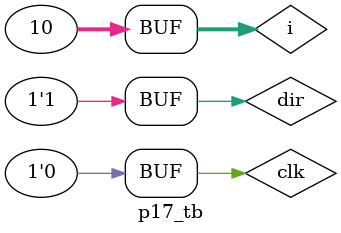
<source format=v>
`include "ring_ct.v"

/* For some reason, dispite the circuit seeming completely correct, verilog
 * never realizes that it will make it out of an undefined state (x), as it
 * gets out of the undefined state at an undefined time. This was an issue
 * on all of the problems in this HW3 (17,18,19)
 */

module p17_tb();
	wire [3:0]Q, Qn;
	reg  clk, dir;
	integer i;

	ring_ct_4b device(Q, Qn, dir, clk);

	initial begin
		clk = 0;
		dir = 0;

		$monitor("Q = %b (%d) | dir %b | clk %b | rst %b",
			Q, Q, dir, clk,
			device.rst );

		for (i = 0; i < 10; i = i + 1) begin
			#10
			clk = 1;
			#10
			clk = 0;
		end

		dir = 1;
		for (i = 0; i < 10; i = i + 1) begin
			#10
			clk = 1;
			#10
			clk = 0;
		end

	end

endmodule

</source>
